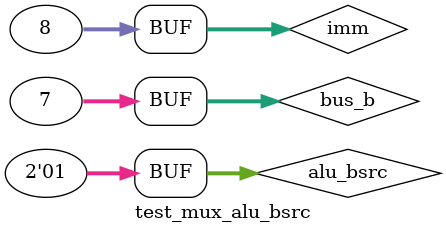
<source format=v>
`timescale 1ns / 1ps


module test_mux_alu_bsrc;
	reg[1:0] alu_bsrc;
	reg[31:0] bus_b;
	reg[31:0] imm;
	
	wire[31:0] bus_bo;
	
	mux_alu_bsrc mux_alu_bsrc0(
		.alu_bsrc(alu_bsrc),
		.bus_b(bus_b),
		.imm(imm),
		
		.bus_bo(bus_bo)
		);
	
	initial begin
		#0
		alu_bsrc = 2'b00;
		bus_b = 32'b0;
		imm = 32'b1;
		#50
		alu_bsrc = 2'b01;
		#50
		alu_bsrc = 2'b10;
		#50
		alu_bsrc = 2'b00;
		bus_b = 32'b111;
		imm = 32'b1000;
		#50
		alu_bsrc = 2'b01;
	end
endmodule

</source>
